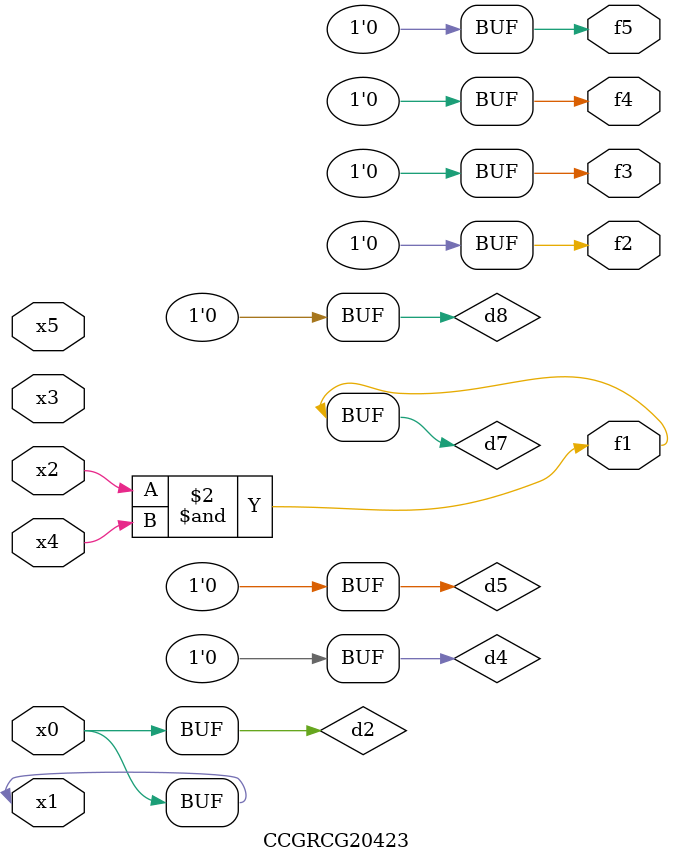
<source format=v>
module CCGRCG20423(
	input x0, x1, x2, x3, x4, x5,
	output f1, f2, f3, f4, f5
);

	wire d1, d2, d3, d4, d5, d6, d7, d8, d9;

	nand (d1, x1);
	buf (d2, x0, x1);
	nand (d3, x2, x4);
	and (d4, d1, d2);
	and (d5, d1, d2);
	nand (d6, d1, d3);
	not (d7, d3);
	xor (d8, d5);
	nor (d9, d5, d6);
	assign f1 = d7;
	assign f2 = d8;
	assign f3 = d8;
	assign f4 = d8;
	assign f5 = d8;
endmodule

</source>
